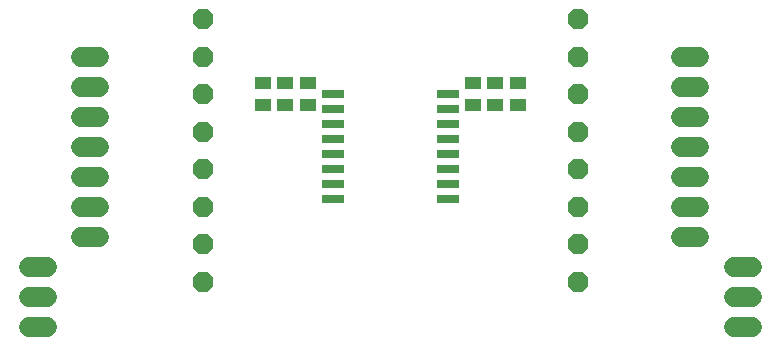
<source format=gbr>
G04 EAGLE Gerber RS-274X export*
G75*
%MOMM*%
%FSLAX34Y34*%
%LPD*%
%INSoldermask Top*%
%IPPOS*%
%AMOC8*
5,1,8,0,0,1.08239X$1,22.5*%
G01*
%ADD10R,1.403200X1.003200*%
%ADD11C,1.727200*%
%ADD12P,1.869504X8X22.500000*%
%ADD13R,1.853200X0.803200*%


D10*
X228600Y243950D03*
X228600Y225950D03*
X247650Y243950D03*
X247650Y225950D03*
X266700Y243950D03*
X266700Y225950D03*
X444500Y243950D03*
X444500Y225950D03*
X425450Y243950D03*
X425450Y225950D03*
X406400Y243950D03*
X406400Y225950D03*
D11*
X90170Y266700D02*
X74930Y266700D01*
X74930Y241300D02*
X90170Y241300D01*
X90170Y215900D02*
X74930Y215900D01*
X74930Y190500D02*
X90170Y190500D01*
X90170Y165100D02*
X74930Y165100D01*
X74930Y139700D02*
X90170Y139700D01*
X90170Y114300D02*
X74930Y114300D01*
D12*
X177800Y139700D03*
X177800Y107950D03*
X177800Y76200D03*
X495300Y76200D03*
X495300Y107950D03*
X495300Y139700D03*
X495300Y171450D03*
X495300Y203200D03*
X495300Y234950D03*
X495300Y266700D03*
D11*
X582930Y266700D02*
X598170Y266700D01*
X598170Y241300D02*
X582930Y241300D01*
X582930Y215900D02*
X598170Y215900D01*
X598170Y190500D02*
X582930Y190500D01*
X582930Y165100D02*
X598170Y165100D01*
X598170Y139700D02*
X582930Y139700D01*
X582930Y114300D02*
X598170Y114300D01*
D12*
X495300Y298450D03*
D11*
X627380Y88900D02*
X642620Y88900D01*
X642620Y63500D02*
X627380Y63500D01*
X627380Y38100D02*
X642620Y38100D01*
X45720Y88900D02*
X30480Y88900D01*
X30480Y63500D02*
X45720Y63500D01*
X45720Y38100D02*
X30480Y38100D01*
D12*
X177800Y298450D03*
X177800Y266700D03*
X177800Y234950D03*
X177800Y203200D03*
X177800Y171450D03*
D13*
X287800Y234950D03*
X287800Y222250D03*
X287800Y209550D03*
X287800Y196850D03*
X287800Y184150D03*
X287800Y171450D03*
X287800Y158750D03*
X287800Y146050D03*
X385300Y146050D03*
X385300Y158750D03*
X385300Y171450D03*
X385300Y184150D03*
X385300Y196850D03*
X385300Y209550D03*
X385300Y222250D03*
X385300Y234950D03*
M02*

</source>
